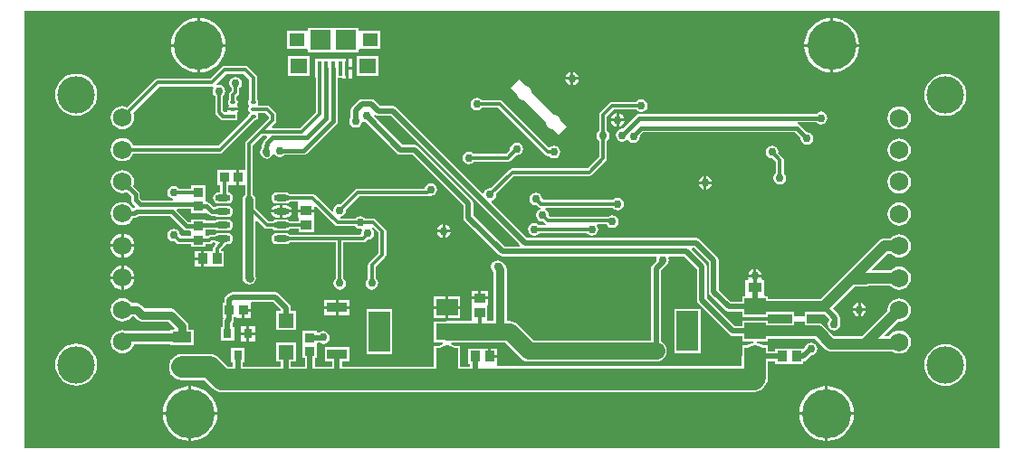
<source format=gbr>
%TF.GenerationSoftware,Altium Limited,Altium Designer,18.1.9 (240)*%
G04 Layer_Physical_Order=2*
G04 Layer_Color=16711680*
%FSLAX26Y26*%
%MOIN*%
%TF.FileFunction,Copper,L2,Bot,Signal*%
%TF.Part,Single*%
G01*
G75*
%TA.AperFunction,SMDPad,CuDef*%
%ADD10R,0.033465X0.037402*%
%ADD14R,0.039370X0.035433*%
%ADD15R,0.035433X0.039370*%
%ADD16R,0.037402X0.033465*%
%ADD22R,0.031496X0.035433*%
%TA.AperFunction,Conductor*%
%ADD27C,0.011811*%
%ADD28C,0.015000*%
%ADD29C,0.019685*%
%ADD30C,0.062992*%
%ADD31C,0.031496*%
%TA.AperFunction,ViaPad*%
%ADD33C,0.181102*%
%TA.AperFunction,ComponentPad*%
%ADD34C,0.137795*%
%ADD35C,0.068898*%
%TA.AperFunction,ViaPad*%
%ADD36C,0.030000*%
%ADD37C,0.050000*%
%TA.AperFunction,SMDPad,CuDef*%
%ADD38R,0.019685X0.015748*%
%ADD39O,0.019685X0.015748*%
%ADD40R,0.049213X0.037402*%
%ADD41R,0.078740X0.149606*%
%ADD42R,0.078740X0.059055*%
%ADD43R,0.074803X0.035433*%
%ADD44R,0.057087X0.053150*%
%ADD45R,0.070866X0.039370*%
%ADD46R,0.074803X0.074803*%
%TA.AperFunction,ConnectorPad*%
%ADD47R,0.057087X0.051181*%
%ADD48R,0.062992X0.055118*%
%ADD49R,0.015748X0.053150*%
%TA.AperFunction,SMDPad,CuDef*%
%ADD50O,0.057087X0.023622*%
%TA.AperFunction,Conductor*%
%ADD51C,0.039370*%
%ADD52C,0.078740*%
%TA.AperFunction,NonConductor*%
%ADD53C,0.019685*%
G36*
X4596104Y2450434D02*
X4596103Y836967D01*
X1004401D01*
X1004401Y2450434D01*
X4596104Y2450434D01*
D02*
G37*
%LPC*%
G36*
X3981378Y2423380D02*
Y2327835D01*
X4076923D01*
X4075474Y2342546D01*
X4069725Y2361500D01*
X4060388Y2378968D01*
X4047822Y2394279D01*
X4032512Y2406844D01*
X4015044Y2416181D01*
X3996090Y2421931D01*
X3981378Y2423380D01*
D02*
G37*
G36*
X3971378D02*
X3956666Y2421931D01*
X3937713Y2416181D01*
X3920244Y2406844D01*
X3904934Y2394279D01*
X3892368Y2378968D01*
X3883031Y2361500D01*
X3877282Y2342546D01*
X3875833Y2327835D01*
X3971378D01*
Y2423380D01*
D02*
G37*
G36*
X1650002D02*
Y2327835D01*
X1745547D01*
X1744098Y2342546D01*
X1738349Y2361500D01*
X1729012Y2378968D01*
X1716446Y2394279D01*
X1701135Y2406844D01*
X1683667Y2416181D01*
X1664713Y2421931D01*
X1650002Y2423380D01*
D02*
G37*
G36*
X1640002D02*
X1625290Y2421931D01*
X1606336Y2416181D01*
X1588868Y2406844D01*
X1573557Y2394279D01*
X1560992Y2378968D01*
X1551655Y2361500D01*
X1545906Y2342546D01*
X1544457Y2327835D01*
X1640002D01*
Y2423380D01*
D02*
G37*
G36*
X2139921Y2387953D02*
X2137543Y2387953D01*
X2049055D01*
Y2377131D01*
X2043465Y2376142D01*
X2043055Y2376142D01*
X1970315D01*
Y2308898D01*
X2043055D01*
X2043465Y2308898D01*
X2049055Y2307908D01*
Y2297087D01*
X2137543D01*
X2143543Y2297087D01*
X2145921Y2297087D01*
X2234409D01*
Y2307908D01*
X2239999Y2308898D01*
X2240409Y2308898D01*
X2313149D01*
Y2376142D01*
X2240409D01*
X2239999Y2376142D01*
X2234409Y2377131D01*
Y2387953D01*
X2145921D01*
X2139921Y2387953D01*
D02*
G37*
G36*
X2210788Y2273780D02*
X2197914D01*
Y2242206D01*
X2210788D01*
Y2273780D01*
D02*
G37*
G36*
X4076923Y2317835D02*
X3981378D01*
Y2222289D01*
X3996090Y2223738D01*
X4015044Y2229488D01*
X4032512Y2238825D01*
X4047822Y2251390D01*
X4060388Y2266701D01*
X4069725Y2284169D01*
X4075474Y2303123D01*
X4076923Y2317835D01*
D02*
G37*
G36*
X3971378D02*
X3875833D01*
X3877282Y2303123D01*
X3883031Y2284169D01*
X3892368Y2266701D01*
X3904934Y2251390D01*
X3920244Y2238825D01*
X3937713Y2229488D01*
X3956666Y2223738D01*
X3971378Y2222289D01*
Y2317835D01*
D02*
G37*
G36*
X1745547D02*
X1650002D01*
Y2222289D01*
X1664713Y2223738D01*
X1683667Y2229488D01*
X1701135Y2238825D01*
X1716446Y2251390D01*
X1729012Y2266701D01*
X1738349Y2284169D01*
X1744098Y2303123D01*
X1745547Y2317835D01*
D02*
G37*
G36*
X1640002D02*
X1544457D01*
X1545906Y2303123D01*
X1551655Y2284169D01*
X1560992Y2266701D01*
X1573557Y2251390D01*
X1588868Y2238825D01*
X1606336Y2229488D01*
X1625290Y2223738D01*
X1640002Y2222289D01*
Y2317835D01*
D02*
G37*
G36*
X2307244Y2281654D02*
X2228189D01*
Y2210473D01*
X2307244D01*
Y2281654D01*
D02*
G37*
G36*
X2055276D02*
X1976221D01*
Y2210473D01*
X2055276D01*
Y2281654D01*
D02*
G37*
G36*
X3025314Y2224542D02*
Y2205047D01*
X3044809D01*
X3043863Y2209801D01*
X3038338Y2218071D01*
X3030068Y2223596D01*
X3025314Y2224542D01*
D02*
G37*
G36*
X3015314D02*
X3010559Y2223596D01*
X3002289Y2218071D01*
X2996764Y2209801D01*
X2995818Y2205047D01*
X3015314D01*
Y2224542D01*
D02*
G37*
G36*
X2210788Y2232206D02*
X2197914D01*
Y2200631D01*
X2210788D01*
Y2232206D01*
D02*
G37*
G36*
X3044809Y2195047D02*
X3025314D01*
Y2175551D01*
X3030068Y2176497D01*
X3038338Y2182023D01*
X3043863Y2190292D01*
X3044809Y2195047D01*
D02*
G37*
G36*
X3015314D02*
X2995818D01*
X2996764Y2190292D01*
X3002289Y2182023D01*
X3010559Y2176497D01*
X3015314Y2175551D01*
Y2195047D01*
D02*
G37*
G36*
X2281287Y2124523D02*
X2281287Y2124523D01*
X2248151D01*
X2248150Y2124523D01*
X2241176Y2123136D01*
X2235264Y2119186D01*
X2235263Y2119185D01*
X2211523Y2095445D01*
X2207572Y2089533D01*
X2206185Y2082559D01*
X2206185Y2082558D01*
Y2056503D01*
X2202714Y2051308D01*
X2200927Y2042322D01*
X2202714Y2033336D01*
X2207805Y2025717D01*
X2215423Y2020627D01*
X2224409Y2018839D01*
X2233396Y2020627D01*
X2241014Y2025717D01*
X2246105Y2033336D01*
X2247275Y2039219D01*
X2253561Y2042235D01*
X2254965Y2041297D01*
X2261093Y2040078D01*
X2376164Y1925006D01*
X2376165Y1925006D01*
X2382077Y1921056D01*
X2389051Y1919668D01*
X2433228D01*
X2621025Y1731871D01*
Y1687695D01*
X2621025Y1687694D01*
X2622413Y1680720D01*
X2626363Y1674808D01*
X2751462Y1549709D01*
X2751462Y1549708D01*
X2757375Y1545758D01*
X2764349Y1544371D01*
X3329755D01*
X3332583Y1539079D01*
X3331690Y1537743D01*
X3329903Y1528756D01*
X3330449Y1526008D01*
X3316722Y1512281D01*
X3312771Y1506369D01*
X3311384Y1499394D01*
X3311384Y1499394D01*
Y1234869D01*
X2878994D01*
X2820119Y1293743D01*
X2811862Y1300079D01*
X2802247Y1304062D01*
X2791928Y1305421D01*
X2791927Y1305421D01*
X2780151D01*
Y1496309D01*
X2780151Y1496310D01*
X2778305Y1505588D01*
X2773050Y1513454D01*
X2763611Y1522892D01*
X2755745Y1528148D01*
X2746467Y1529993D01*
X2737189Y1528148D01*
X2729323Y1522892D01*
X2724067Y1515026D01*
X2722222Y1505748D01*
X2724067Y1496470D01*
X2729323Y1488604D01*
X2731660Y1486267D01*
Y1305421D01*
X2708481D01*
X2707717Y1311104D01*
X2707716D01*
Y1362284D01*
X2709685D01*
Y1385000D01*
X2680000D01*
X2650315D01*
Y1362284D01*
X2652284D01*
Y1311104D01*
X2652283D01*
X2651519Y1305421D01*
X2560000D01*
X2549681Y1304062D01*
X2547385Y1303111D01*
X2512598D01*
Y1227993D01*
X2544552D01*
X2545544Y1226725D01*
X2543699Y1219555D01*
X2536095Y1216405D01*
X2531082Y1212559D01*
X2512598D01*
Y1178107D01*
X2512189Y1175000D01*
Y1137811D01*
X2173461D01*
Y1157991D01*
X2200669D01*
Y1209487D01*
X2109803D01*
Y1157991D01*
X2137012D01*
Y1137811D01*
X2073461D01*
Y1168426D01*
X2081969D01*
Y1213606D01*
X2081969Y1217954D01*
Y1221903D01*
X2086211Y1226146D01*
X2092786D01*
X2097038Y1223305D01*
X2106024Y1221517D01*
X2115011Y1223305D01*
X2122629Y1228395D01*
X2127720Y1236014D01*
X2129507Y1245000D01*
X2127720Y1253986D01*
X2122629Y1261605D01*
X2115011Y1266695D01*
X2106024Y1268483D01*
X2097038Y1266695D01*
X2090900Y1262594D01*
X2081969D01*
Y1269134D01*
X2028504D01*
Y1223954D01*
X2028504Y1219606D01*
X2028504Y1213606D01*
Y1168426D01*
X2037012D01*
Y1137811D01*
X1985980D01*
Y1156694D01*
X2004330D01*
Y1225906D01*
X1931181D01*
Y1156694D01*
X1949531D01*
Y1137811D01*
X1808224D01*
Y1154252D01*
X1813780D01*
Y1205748D01*
X1766220D01*
Y1154252D01*
X1771776D01*
Y1137811D01*
X1752087D01*
X1720501Y1169397D01*
X1710600Y1176995D01*
X1699069Y1181771D01*
X1686694Y1183400D01*
X1585000D01*
X1572626Y1181771D01*
X1561095Y1176995D01*
X1551193Y1169397D01*
X1546519Y1163306D01*
X1541535D01*
Y1154523D01*
X1538819Y1147964D01*
X1537189Y1135589D01*
X1538819Y1123215D01*
X1541535Y1116656D01*
Y1107873D01*
X1546519D01*
X1551193Y1101782D01*
X1561095Y1094184D01*
X1572626Y1089408D01*
X1585000Y1087779D01*
X1666890D01*
X1698476Y1056193D01*
X1708378Y1048595D01*
X1719909Y1043819D01*
X1732284Y1042189D01*
X2665000D01*
X2676956Y1043763D01*
X3690000D01*
X3702374Y1045392D01*
X3713905Y1050169D01*
X3723807Y1057767D01*
X3727823Y1061783D01*
X3735421Y1071685D01*
X3740198Y1083216D01*
X3741827Y1095590D01*
Y1156776D01*
X3767678D01*
Y1147284D01*
X3814826D01*
X3819174Y1147283D01*
X3825174Y1147284D01*
X3872322D01*
Y1151092D01*
X3872481Y1156776D01*
X3879455Y1158163D01*
X3885367Y1162113D01*
X3902859Y1179605D01*
X3908986Y1180824D01*
X3916605Y1185915D01*
X3921695Y1193533D01*
X3923483Y1202519D01*
X3921695Y1211506D01*
X3916605Y1219124D01*
X3908986Y1224215D01*
X3900000Y1226002D01*
X3891014Y1224215D01*
X3883395Y1219124D01*
X3878305Y1211506D01*
X3877129Y1205596D01*
X3872322Y1202716D01*
X3825174D01*
X3820826Y1202717D01*
X3814826Y1202716D01*
X3767678D01*
Y1193224D01*
X3741418D01*
Y1215433D01*
X3722934D01*
X3717921Y1219279D01*
X3706390Y1224055D01*
X3700226Y1224867D01*
X3700620Y1230867D01*
X3741418D01*
Y1240470D01*
X3914994D01*
X3954642Y1200822D01*
X3960432Y1196380D01*
X3967175Y1193587D01*
X3974410Y1192634D01*
X4201349D01*
X4203577Y1190925D01*
X4213910Y1186645D01*
X4225000Y1185185D01*
X4236090Y1186645D01*
X4246423Y1190925D01*
X4255297Y1197734D01*
X4262106Y1206608D01*
X4266387Y1216942D01*
X4267847Y1228031D01*
X4266387Y1239121D01*
X4262106Y1249455D01*
X4255297Y1258329D01*
X4246423Y1265138D01*
X4236090Y1269418D01*
X4225000Y1270878D01*
X4213910Y1269418D01*
X4203577Y1265138D01*
X4194703Y1258329D01*
X4187894Y1249455D01*
X4187517Y1248546D01*
X4174779D01*
X4172483Y1254089D01*
X4222074Y1303680D01*
X4225000Y1303294D01*
X4236090Y1304755D01*
X4246423Y1309035D01*
X4255297Y1315844D01*
X4262106Y1324718D01*
X4266387Y1335052D01*
X4267847Y1346141D01*
X4266387Y1357231D01*
X4262106Y1367565D01*
X4255297Y1376439D01*
X4246423Y1383248D01*
X4236090Y1387528D01*
X4225000Y1388988D01*
X4213910Y1387528D01*
X4203577Y1383248D01*
X4194703Y1376439D01*
X4187894Y1367565D01*
X4183613Y1357231D01*
X4182153Y1346141D01*
X4182538Y1343215D01*
X4087869Y1248546D01*
X3985990D01*
X3946342Y1288194D01*
X3940552Y1292636D01*
X3933809Y1295429D01*
X3926574Y1296382D01*
X3885984D01*
Y1312874D01*
X3885984D01*
Y1314526D01*
X3885984D01*
Y1331022D01*
X3947605D01*
X3949534Y1331276D01*
X3969002Y1311808D01*
X3968947Y1311251D01*
X3963857Y1303633D01*
X3962069Y1294646D01*
X3963857Y1285660D01*
X3968947Y1278042D01*
X3976566Y1272951D01*
X3985552Y1271164D01*
X3994538Y1272951D01*
X4002157Y1278042D01*
X4007247Y1285660D01*
X4009035Y1294646D01*
X4007247Y1303633D01*
X4006728Y1304409D01*
Y1318078D01*
X4006728Y1318079D01*
X4005341Y1325053D01*
X4001390Y1330965D01*
X4001390Y1330966D01*
X3980259Y1352097D01*
X4060206Y1432044D01*
X4100000D01*
X4107235Y1432997D01*
X4113978Y1435790D01*
X4114637Y1436296D01*
X4192906D01*
X4194703Y1433954D01*
X4203577Y1427145D01*
X4213910Y1422864D01*
X4225000Y1421405D01*
X4236090Y1422864D01*
X4246423Y1427145D01*
X4255297Y1433954D01*
X4262106Y1442828D01*
X4266387Y1453162D01*
X4267847Y1464251D01*
X4266387Y1475341D01*
X4262106Y1485675D01*
X4255297Y1494549D01*
X4246423Y1501358D01*
X4236090Y1505638D01*
X4225000Y1507098D01*
X4213910Y1505638D01*
X4203577Y1501358D01*
X4194703Y1494549D01*
X4192906Y1492207D01*
X4128209D01*
X4125913Y1497750D01*
X4182570Y1554408D01*
X4192906D01*
X4194703Y1552066D01*
X4203577Y1545257D01*
X4213910Y1540976D01*
X4225000Y1539516D01*
X4236090Y1540976D01*
X4246423Y1545257D01*
X4255297Y1552066D01*
X4262106Y1560940D01*
X4266387Y1571274D01*
X4267847Y1582363D01*
X4266387Y1593453D01*
X4262106Y1603787D01*
X4255297Y1612661D01*
X4246423Y1619470D01*
X4236090Y1623750D01*
X4225000Y1625210D01*
X4213910Y1623750D01*
X4203577Y1619470D01*
X4194703Y1612661D01*
X4192906Y1610319D01*
X4170991D01*
X4170990Y1610319D01*
X4163755Y1609367D01*
X4157012Y1606574D01*
X4151222Y1602131D01*
X4028859Y1479768D01*
X3936025Y1386934D01*
X3741418D01*
Y1396537D01*
X3733340D01*
X3728622Y1399633D01*
Y1457034D01*
X3720590D01*
X3717754Y1463034D01*
X3718511Y1466839D01*
X3669521D01*
X3670278Y1463034D01*
X3667442Y1457034D01*
X3659410D01*
Y1399633D01*
X3654692Y1396537D01*
X3646614D01*
Y1377202D01*
X3603887D01*
X3560803Y1420286D01*
Y1529596D01*
X3560803Y1529597D01*
X3559416Y1536571D01*
X3555465Y1542483D01*
X3555465Y1542483D01*
X3490889Y1607060D01*
X3484977Y1611010D01*
X3478003Y1612398D01*
X3478002Y1612397D01*
X2855392D01*
X2723446Y1744344D01*
X2725421Y1750854D01*
X2728229Y1751413D01*
X2735847Y1756503D01*
X2740937Y1764122D01*
X2742725Y1773108D01*
X2742163Y1775933D01*
X2806837Y1840607D01*
X3083455D01*
X3088893Y1841689D01*
X3093503Y1844769D01*
X3144654Y1895920D01*
X3147734Y1900530D01*
X3148816Y1905968D01*
Y1971197D01*
X3151211Y1972797D01*
X3156301Y1980416D01*
X3158088Y1989402D01*
X3156301Y1998389D01*
X3151211Y2006007D01*
X3148816Y2007607D01*
Y2060719D01*
X3174234Y2086137D01*
X3256519D01*
X3258119Y2083742D01*
X3265738Y2078652D01*
X3274724Y2076864D01*
X3283710Y2078652D01*
X3291329Y2083742D01*
X3296419Y2091361D01*
X3298207Y2100347D01*
X3296419Y2109334D01*
X3291329Y2116952D01*
X3283710Y2122042D01*
X3274724Y2123830D01*
X3265738Y2122042D01*
X3258119Y2116952D01*
X3256519Y2114557D01*
X3168348D01*
X3162910Y2113475D01*
X3158300Y2110395D01*
X3124558Y2076653D01*
X3121477Y2072043D01*
X3120396Y2066605D01*
Y2007607D01*
X3118001Y2006007D01*
X3112911Y1998389D01*
X3111123Y1989402D01*
X3112911Y1980416D01*
X3118001Y1972797D01*
X3120396Y1971197D01*
Y1911854D01*
X3077569Y1869027D01*
X2800951D01*
X2795513Y1867945D01*
X2790903Y1864865D01*
X2722067Y1796029D01*
X2719242Y1796591D01*
X2710256Y1794803D01*
X2702637Y1789713D01*
X2697547Y1782094D01*
X2696988Y1779287D01*
X2690478Y1777312D01*
X2373723Y2094067D01*
X2367811Y2098017D01*
X2360836Y2099405D01*
X2360836Y2099405D01*
X2313955D01*
X2294174Y2119186D01*
X2288262Y2123136D01*
X2281287Y2124523D01*
D02*
G37*
G36*
X1782033Y2206669D02*
X1773046Y2204881D01*
X1765428Y2199791D01*
X1760337Y2192173D01*
X1758550Y2183186D01*
X1760337Y2174200D01*
X1765428Y2166581D01*
X1767822Y2164981D01*
Y2155714D01*
X1761605Y2149497D01*
X1758525Y2144887D01*
X1757444Y2139449D01*
Y2122513D01*
X1754702Y2118411D01*
X1753468Y2112205D01*
X1754702Y2105999D01*
X1755018Y2105527D01*
X1756799Y2099501D01*
X1752848Y2093588D01*
X1752455Y2091614D01*
X1790852D01*
X1790459Y2093588D01*
X1786508Y2099501D01*
X1788289Y2105527D01*
X1788605Y2105999D01*
X1789839Y2112205D01*
X1788605Y2118411D01*
X1785863Y2122513D01*
Y2133563D01*
X1792081Y2139780D01*
X1795161Y2144390D01*
X1796243Y2149828D01*
Y2164981D01*
X1798637Y2166581D01*
X1803728Y2174200D01*
X1805515Y2183186D01*
X1803728Y2192173D01*
X1798637Y2199791D01*
X1791019Y2204881D01*
X1782033Y2206669D01*
D02*
G37*
G36*
X1195000Y2218050D02*
X1179919Y2216565D01*
X1165418Y2212166D01*
X1152054Y2205023D01*
X1140340Y2195409D01*
X1130726Y2183695D01*
X1123583Y2170331D01*
X1119184Y2155830D01*
X1117699Y2140749D01*
X1119184Y2125668D01*
X1123583Y2111167D01*
X1130726Y2097803D01*
X1140340Y2086089D01*
X1152054Y2076475D01*
X1165418Y2069332D01*
X1179919Y2064933D01*
X1195000Y2063448D01*
X1210081Y2064933D01*
X1224582Y2069332D01*
X1237946Y2076475D01*
X1249660Y2086089D01*
X1259274Y2097803D01*
X1266417Y2111167D01*
X1270816Y2125668D01*
X1272301Y2140749D01*
X1270816Y2155830D01*
X1266417Y2170331D01*
X1259274Y2183695D01*
X1249660Y2195409D01*
X1237946Y2205023D01*
X1224582Y2212166D01*
X1210081Y2216565D01*
X1195000Y2218050D01*
D02*
G37*
G36*
X4395078Y2216751D02*
X4379997Y2215265D01*
X4365496Y2210867D01*
X4352132Y2203723D01*
X4340418Y2194110D01*
X4330804Y2182396D01*
X4323661Y2169031D01*
X4319262Y2154530D01*
X4317777Y2139449D01*
X4319262Y2124369D01*
X4323661Y2109867D01*
X4330804Y2096503D01*
X4340418Y2084789D01*
X4352132Y2075176D01*
X4365496Y2068032D01*
X4379997Y2063633D01*
X4395078Y2062148D01*
X4410159Y2063633D01*
X4424660Y2068032D01*
X4438024Y2075176D01*
X4449738Y2084789D01*
X4459352Y2096503D01*
X4466495Y2109867D01*
X4470894Y2124369D01*
X4472379Y2139449D01*
X4470894Y2154530D01*
X4466495Y2169031D01*
X4459352Y2182396D01*
X4449738Y2194110D01*
X4438024Y2203723D01*
X4424660Y2210867D01*
X4410159Y2215265D01*
X4395078Y2216751D01*
D02*
G37*
G36*
X3193970Y2071735D02*
Y2052240D01*
X3213465D01*
X3212519Y2056994D01*
X3206994Y2065264D01*
X3198724Y2070789D01*
X3193970Y2071735D01*
D02*
G37*
G36*
X3183970D02*
X3179215Y2070789D01*
X3170946Y2065264D01*
X3165421Y2056994D01*
X3164475Y2052240D01*
X3183970D01*
Y2071735D01*
D02*
G37*
G36*
X3937008Y2078286D02*
X3928021Y2076499D01*
X3920403Y2071408D01*
X3919889Y2070639D01*
X3268240D01*
X3262180Y2069434D01*
X3257042Y2066001D01*
X3205907Y2014866D01*
X3205000Y2015046D01*
X3196014Y2013259D01*
X3188395Y2008168D01*
X3183305Y2000550D01*
X3181517Y1991563D01*
X3183305Y1982577D01*
X3188395Y1974959D01*
X3196014Y1969868D01*
X3205000Y1968081D01*
X3213986Y1969868D01*
X3220511Y1974228D01*
X3221609Y1974958D01*
X3227755Y1973364D01*
X3230217Y1969679D01*
X3237836Y1964588D01*
X3246822Y1962801D01*
X3255808Y1964588D01*
X3263427Y1969679D01*
X3268517Y1977297D01*
X3270305Y1986284D01*
X3269656Y1989546D01*
X3281960Y2001851D01*
X3840907D01*
X3862525Y1980233D01*
X3862345Y1979325D01*
X3864132Y1970339D01*
X3869223Y1962721D01*
X3876841Y1957630D01*
X3885827Y1955843D01*
X3894814Y1957630D01*
X3902432Y1962721D01*
X3907523Y1970339D01*
X3909310Y1979325D01*
X3907523Y1988312D01*
X3902432Y1995930D01*
X3894814Y2001021D01*
X3885827Y2002808D01*
X3884920Y2002628D01*
X3858664Y2028884D01*
X3853527Y2032317D01*
X3850255Y2032968D01*
X3850846Y2038968D01*
X3919889D01*
X3920403Y2038199D01*
X3928021Y2033108D01*
X3937008Y2031321D01*
X3945994Y2033108D01*
X3953613Y2038199D01*
X3958703Y2045817D01*
X3960491Y2054803D01*
X3958703Y2063790D01*
X3953613Y2071408D01*
X3945994Y2076499D01*
X3937008Y2078286D01*
D02*
G37*
G36*
X3213465Y2042240D02*
X3193970D01*
Y2022745D01*
X3198724Y2023690D01*
X3206994Y2029216D01*
X3212519Y2037486D01*
X3213465Y2042240D01*
D02*
G37*
G36*
X3183970D02*
X3164475D01*
X3165421Y2037486D01*
X3170946Y2029216D01*
X3179215Y2023690D01*
X3183970Y2022745D01*
Y2042240D01*
D02*
G37*
G36*
X2187914Y2273780D02*
X2175040D01*
Y2271812D01*
X2074645D01*
Y2202599D01*
X2076340D01*
Y2075790D01*
X2018664Y2018113D01*
X1917400D01*
X1915104Y2023657D01*
X1928105Y2036657D01*
X1931185Y2041267D01*
X1932267Y2046705D01*
Y2066929D01*
X1931185Y2072367D01*
X1928105Y2076977D01*
X1908420Y2096662D01*
X1903810Y2099742D01*
X1898372Y2100824D01*
X1866174D01*
X1864964Y2103086D01*
X1863572Y2106824D01*
X1864642Y2112205D01*
X1863408Y2118411D01*
X1860667Y2122513D01*
Y2202251D01*
X1859585Y2207689D01*
X1856505Y2212299D01*
X1826364Y2242440D01*
X1821754Y2245520D01*
X1816316Y2246602D01*
X1741730D01*
X1736292Y2245520D01*
X1731682Y2242440D01*
X1688492Y2199249D01*
X1494014D01*
X1488576Y2198168D01*
X1483966Y2195087D01*
X1383381Y2094502D01*
X1376168Y2097490D01*
X1365078Y2098950D01*
X1353988Y2097490D01*
X1343655Y2093209D01*
X1334781Y2086400D01*
X1327972Y2077526D01*
X1323691Y2067193D01*
X1322231Y2056103D01*
X1323691Y2045013D01*
X1327972Y2034680D01*
X1334781Y2025806D01*
X1343655Y2018996D01*
X1353988Y2014716D01*
X1365078Y2013256D01*
X1376168Y2014716D01*
X1386501Y2018996D01*
X1395375Y2025806D01*
X1402185Y2034680D01*
X1406465Y2045013D01*
X1407925Y2056103D01*
X1406465Y2067193D01*
X1403477Y2074406D01*
X1499900Y2170829D01*
X1694378D01*
X1698093Y2171568D01*
X1701950Y2166962D01*
X1702060Y2166706D01*
X1699327Y2162615D01*
X1697539Y2153629D01*
X1699327Y2144642D01*
X1704417Y2137024D01*
X1706812Y2135424D01*
Y2075871D01*
X1707894Y2070433D01*
X1710974Y2065823D01*
X1725822Y2050976D01*
X1730432Y2047895D01*
X1735870Y2046814D01*
X1753780D01*
Y2045118D01*
X1789527D01*
Y2076929D01*
X1789528Y2076929D01*
X1790130Y2079148D01*
X1790459Y2079640D01*
X1790852Y2081614D01*
X1752455D01*
X1752531Y2081234D01*
X1749901Y2076601D01*
X1748576Y2075234D01*
X1741756D01*
X1735232Y2081757D01*
Y2135424D01*
X1737627Y2137024D01*
X1742717Y2144642D01*
X1744505Y2153629D01*
X1742717Y2162615D01*
X1737627Y2170233D01*
X1730008Y2175324D01*
X1721022Y2177111D01*
X1713543Y2175624D01*
X1710196Y2180761D01*
X1747616Y2218182D01*
X1810430D01*
X1832247Y2196365D01*
Y2122513D01*
X1829505Y2118411D01*
X1828271Y2112205D01*
X1829505Y2105999D01*
X1830915Y2103890D01*
X1832539Y2099410D01*
X1830915Y2094929D01*
X1829505Y2092820D01*
X1828271Y2086614D01*
X1829505Y2080408D01*
X1833021Y2075147D01*
Y2072491D01*
X1829505Y2067230D01*
X1828745Y2063408D01*
X1717540Y1952203D01*
X1405172D01*
X1402185Y1959416D01*
X1395375Y1968290D01*
X1386501Y1975100D01*
X1376168Y1979380D01*
X1365078Y1980840D01*
X1353988Y1979380D01*
X1343655Y1975100D01*
X1334781Y1968290D01*
X1327972Y1959416D01*
X1323691Y1949083D01*
X1322231Y1937993D01*
X1323691Y1926903D01*
X1327972Y1916570D01*
X1334781Y1907696D01*
X1343655Y1900887D01*
X1353988Y1896606D01*
X1365078Y1895146D01*
X1376168Y1896606D01*
X1386501Y1900887D01*
X1395375Y1907696D01*
X1402185Y1916570D01*
X1405172Y1923783D01*
X1723426D01*
X1728864Y1924865D01*
X1733474Y1927945D01*
X1850810Y2045281D01*
X1854631Y2046041D01*
X1859892Y2049556D01*
X1863408Y2054818D01*
X1864642Y2061024D01*
X1863572Y2066404D01*
X1864964Y2070142D01*
X1866174Y2072404D01*
X1892486D01*
X1903847Y2061043D01*
Y2052591D01*
X1865207Y2013951D01*
X1820661Y1969405D01*
X1817580Y1964795D01*
X1816499Y1959357D01*
Y1863701D01*
X1795984D01*
Y1835000D01*
Y1806299D01*
X1816499D01*
Y1772058D01*
X1813565Y1770098D01*
X1808309Y1762232D01*
X1806463Y1752954D01*
Y1726914D01*
Y1466755D01*
X1808309Y1457477D01*
X1813565Y1449611D01*
X1816068Y1447107D01*
X1823934Y1441852D01*
X1833213Y1440006D01*
X1842491Y1441852D01*
X1850357Y1447107D01*
X1855612Y1454973D01*
X1857458Y1464251D01*
X1855612Y1473530D01*
X1854954Y1474515D01*
Y1674733D01*
X1860497Y1677029D01*
X1887575Y1649952D01*
X1892185Y1646872D01*
X1897623Y1645790D01*
X1919370D01*
X1919434Y1645694D01*
X1925998Y1641309D01*
X1933740Y1639769D01*
X1967204D01*
X1974946Y1641309D01*
X1981510Y1645694D01*
X1981574Y1645790D01*
X2014684D01*
Y1634252D01*
X2070117D01*
Y1685431D01*
X2072085D01*
Y1708148D01*
X2042400D01*
X2012715D01*
Y1685431D01*
X2014684D01*
Y1674210D01*
X1981574D01*
X1981510Y1674306D01*
X1974946Y1678691D01*
X1967204Y1680231D01*
X1933740D01*
X1925998Y1678691D01*
X1919434Y1674306D01*
X1919370Y1674210D01*
X1903509D01*
X1854954Y1722765D01*
Y1752954D01*
X1853109Y1762232D01*
X1847853Y1770098D01*
X1844919Y1772058D01*
Y1953471D01*
X1881141Y1989694D01*
X1895232D01*
X1897528Y1984150D01*
X1886436Y1973059D01*
X1883004Y1967921D01*
X1881920Y1962472D01*
X1880035Y1959651D01*
X1878830Y1953591D01*
Y1944601D01*
X1874527Y1938162D01*
X1872740Y1929175D01*
X1874527Y1920189D01*
X1879618Y1912570D01*
X1887236Y1907480D01*
X1888554Y1907218D01*
X1891574Y1905200D01*
X1897634Y1903995D01*
X1903694Y1905200D01*
X1908832Y1908633D01*
X1910362Y1910923D01*
X1912827Y1912570D01*
X1917918Y1920189D01*
X1918126Y1921239D01*
X1924496Y1922506D01*
X1927504Y1918004D01*
X1935123Y1912914D01*
X1944109Y1911126D01*
X1953095Y1912914D01*
X1960714Y1918004D01*
X1961228Y1918773D01*
X2032326D01*
X2038386Y1919978D01*
X2043524Y1923411D01*
X2057730Y1937617D01*
X2152930Y2032818D01*
X2156363Y2037955D01*
X2157568Y2044015D01*
Y2202599D01*
X2175040D01*
Y2200631D01*
X2187914D01*
Y2237206D01*
Y2273780D01*
D02*
G37*
G36*
X4225000Y2097650D02*
X4213910Y2096190D01*
X4203577Y2091910D01*
X4194703Y2085101D01*
X4187894Y2076227D01*
X4183613Y2065893D01*
X4182153Y2054803D01*
X4183613Y2043714D01*
X4187894Y2033380D01*
X4194703Y2024506D01*
X4203577Y2017697D01*
X4213910Y2013417D01*
X4225000Y2011957D01*
X4236090Y2013417D01*
X4246423Y2017697D01*
X4255297Y2024506D01*
X4262106Y2033380D01*
X4266387Y2043714D01*
X4267847Y2054803D01*
X4266387Y2065893D01*
X4262106Y2076227D01*
X4255297Y2085101D01*
X4246423Y2091910D01*
X4236090Y2096190D01*
X4225000Y2097650D01*
D02*
G37*
G36*
X2826459Y2195714D02*
X2796058Y2165313D01*
X2817594Y2143874D01*
X2818191Y2139342D01*
X2820983Y2132600D01*
X2825426Y2126810D01*
X2831216Y2122367D01*
X2837958Y2119575D01*
X2842620Y2118961D01*
X2923588Y2038358D01*
X2924257Y2033276D01*
X2927050Y2026534D01*
X2931492Y2020744D01*
X2937282Y2016302D01*
X2944024Y2013509D01*
X2949239Y2012822D01*
X2970394Y1991762D01*
X3000402Y2021770D01*
X2978845Y2043326D01*
X2978263Y2047747D01*
X2975470Y2054490D01*
X2971028Y2060280D01*
X2965238Y2064722D01*
X2958495Y2067515D01*
X2954075Y2068097D01*
X2872779Y2149393D01*
X2872197Y2153813D01*
X2869404Y2160556D01*
X2864961Y2166345D01*
X2859172Y2170788D01*
X2852429Y2173581D01*
X2848009Y2174163D01*
X2826459Y2195714D01*
D02*
G37*
G36*
X2816314Y1963484D02*
X2807328Y1961696D01*
X2799710Y1956606D01*
X2794619Y1948987D01*
X2792832Y1940001D01*
X2793307Y1937613D01*
X2777384Y1921690D01*
X2657981D01*
X2656381Y1924085D01*
X2648763Y1929175D01*
X2639776Y1930963D01*
X2630790Y1929175D01*
X2623171Y1924085D01*
X2618081Y1916466D01*
X2616294Y1907480D01*
X2618081Y1898494D01*
X2623171Y1890875D01*
X2630790Y1885785D01*
X2639776Y1883997D01*
X2648763Y1885785D01*
X2656381Y1890875D01*
X2657981Y1893270D01*
X2783270D01*
X2788708Y1894352D01*
X2793318Y1897432D01*
X2813053Y1917167D01*
X2816314Y1916518D01*
X2825301Y1918306D01*
X2832919Y1923396D01*
X2838010Y1931014D01*
X2839797Y1940001D01*
X2838010Y1948987D01*
X2832919Y1956606D01*
X2825301Y1961696D01*
X2816314Y1963484D01*
D02*
G37*
G36*
X2670146Y2129782D02*
X2661159Y2127994D01*
X2653541Y2122904D01*
X2648450Y2115286D01*
X2646663Y2106299D01*
X2648450Y2097313D01*
X2653541Y2089694D01*
X2661159Y2084604D01*
X2670146Y2082816D01*
X2679132Y2084604D01*
X2686750Y2089694D01*
X2688351Y2092089D01*
X2747540D01*
X2920543Y1919086D01*
X2925153Y1916006D01*
X2930591Y1914924D01*
X2935861D01*
X2937461Y1912529D01*
X2945079Y1907439D01*
X2954066Y1905651D01*
X2963052Y1907439D01*
X2970671Y1912529D01*
X2975761Y1920148D01*
X2977548Y1929134D01*
X2975761Y1938120D01*
X2970671Y1945739D01*
X2963052Y1950829D01*
X2954066Y1952617D01*
X2945079Y1950829D01*
X2937461Y1945739D01*
X2934385Y1945436D01*
X2763474Y2116347D01*
X2758863Y2119427D01*
X2753426Y2120509D01*
X2688351D01*
X2686750Y2122904D01*
X2679132Y2127994D01*
X2670146Y2129782D01*
D02*
G37*
G36*
X4225000Y1979540D02*
X4213910Y1978080D01*
X4203577Y1973800D01*
X4194703Y1966991D01*
X4187894Y1958117D01*
X4183613Y1947783D01*
X4182153Y1936693D01*
X4183613Y1925604D01*
X4187894Y1915270D01*
X4194703Y1906396D01*
X4203577Y1899587D01*
X4213910Y1895306D01*
X4225000Y1893847D01*
X4236090Y1895306D01*
X4246423Y1899587D01*
X4255297Y1906396D01*
X4262106Y1915270D01*
X4266387Y1925604D01*
X4267847Y1936693D01*
X4266387Y1947783D01*
X4262106Y1958117D01*
X4255297Y1966991D01*
X4246423Y1973800D01*
X4236090Y1978080D01*
X4225000Y1979540D01*
D02*
G37*
G36*
X3515969Y1840267D02*
Y1820772D01*
X3535464D01*
X3534519Y1825526D01*
X3528993Y1833796D01*
X3520724Y1839322D01*
X3515969Y1840267D01*
D02*
G37*
G36*
X3505969D02*
X3501215Y1839322D01*
X3492945Y1833796D01*
X3487420Y1825526D01*
X3486474Y1820772D01*
X3505969D01*
Y1840267D01*
D02*
G37*
G36*
X3756474Y1952617D02*
X3747487Y1950829D01*
X3739869Y1945739D01*
X3734779Y1938120D01*
X3732991Y1929134D01*
X3734779Y1920148D01*
X3739869Y1912529D01*
X3747487Y1907439D01*
X3756474Y1905651D01*
X3759299Y1906213D01*
X3771736Y1893776D01*
Y1851355D01*
X3769341Y1849755D01*
X3764250Y1842136D01*
X3762463Y1833150D01*
X3764250Y1824164D01*
X3769341Y1816545D01*
X3776959Y1811455D01*
X3785946Y1809667D01*
X3794932Y1811455D01*
X3802550Y1816545D01*
X3807641Y1824164D01*
X3809428Y1833150D01*
X3807641Y1842136D01*
X3802550Y1849755D01*
X3800156Y1851355D01*
Y1899662D01*
X3799074Y1905100D01*
X3795994Y1909710D01*
X3779395Y1926309D01*
X3779956Y1929134D01*
X3778169Y1938120D01*
X3773079Y1945739D01*
X3765460Y1950829D01*
X3756474Y1952617D01*
D02*
G37*
G36*
X1785984Y1863701D02*
X1764252D01*
Y1861732D01*
X1715040D01*
Y1808268D01*
X1725594D01*
Y1780231D01*
X1719172D01*
X1711430Y1778691D01*
X1704866Y1774306D01*
X1700480Y1767742D01*
X1698940Y1760000D01*
X1700480Y1752258D01*
X1704866Y1745694D01*
X1711430Y1741309D01*
X1719172Y1739769D01*
X1752636D01*
X1760378Y1741309D01*
X1766942Y1745694D01*
X1771328Y1752258D01*
X1772868Y1760000D01*
X1771328Y1767742D01*
X1766942Y1774306D01*
X1760378Y1778691D01*
X1754014Y1779957D01*
Y1808268D01*
X1764252D01*
Y1806299D01*
X1785984D01*
Y1835000D01*
Y1863701D01*
D02*
G37*
G36*
X3535464Y1810772D02*
X3515969D01*
Y1791277D01*
X3520724Y1792223D01*
X3528993Y1797748D01*
X3534519Y1806017D01*
X3535464Y1810772D01*
D02*
G37*
G36*
X3505969D02*
X3486474D01*
X3487420Y1806017D01*
X3492945Y1797748D01*
X3501215Y1792223D01*
X3505969Y1791277D01*
Y1810772D01*
D02*
G37*
G36*
X4225000Y1861430D02*
X4213910Y1859970D01*
X4203577Y1855690D01*
X4194703Y1848881D01*
X4187894Y1840007D01*
X4183613Y1829673D01*
X4182153Y1818583D01*
X4183613Y1807494D01*
X4187894Y1797160D01*
X4194703Y1788286D01*
X4203577Y1781477D01*
X4213910Y1777197D01*
X4225000Y1775736D01*
X4236090Y1777197D01*
X4246423Y1781477D01*
X4255297Y1788286D01*
X4262106Y1797160D01*
X4266387Y1807494D01*
X4267847Y1818583D01*
X4266387Y1829673D01*
X4262106Y1840007D01*
X4255297Y1848881D01*
X4246423Y1855690D01*
X4236090Y1859970D01*
X4225000Y1861430D01*
D02*
G37*
G36*
X2500000Y1814821D02*
X2491014Y1813034D01*
X2483395Y1807943D01*
X2478305Y1800325D01*
X2477088Y1794210D01*
X2231330D01*
X2225892Y1793128D01*
X2221282Y1790048D01*
X2168179Y1736945D01*
X2165354Y1737507D01*
X2156368Y1735719D01*
X2148749Y1730629D01*
X2143659Y1723011D01*
X2141872Y1714024D01*
X2142176Y1712495D01*
X2136646Y1709540D01*
X2076138Y1770048D01*
X2071528Y1773128D01*
X2066090Y1774210D01*
X1981574D01*
X1981510Y1774306D01*
X1974946Y1778691D01*
X1967204Y1780231D01*
X1933740D01*
X1925998Y1778691D01*
X1919434Y1774306D01*
X1915049Y1767742D01*
X1913508Y1760000D01*
X1915049Y1752258D01*
X1919434Y1745694D01*
X1925998Y1741309D01*
X1933740Y1739769D01*
X1967204D01*
X1974946Y1741309D01*
X1981510Y1745694D01*
X1981574Y1745790D01*
X2010121D01*
X2012715Y1740864D01*
Y1718148D01*
X2042400D01*
X2072085D01*
Y1726069D01*
X2077628Y1728365D01*
X2146284Y1659710D01*
X2150894Y1656629D01*
X2156332Y1655548D01*
X2222012D01*
X2223612Y1653153D01*
X2231230Y1648062D01*
X2240217Y1646275D01*
X2244866Y1647200D01*
X2248474Y1641800D01*
X2246282Y1638520D01*
X2244495Y1629533D01*
X2239436Y1624210D01*
X1981574D01*
X1981510Y1624306D01*
X1974946Y1628691D01*
X1967204Y1630231D01*
X1933740D01*
X1925998Y1628691D01*
X1919434Y1624306D01*
X1915049Y1617742D01*
X1913508Y1610000D01*
X1915049Y1602258D01*
X1919434Y1595694D01*
X1925998Y1591309D01*
X1933740Y1589769D01*
X1967204D01*
X1974946Y1591309D01*
X1981510Y1595694D01*
X1981574Y1595790D01*
X2151144D01*
Y1463205D01*
X2148749Y1461605D01*
X2143659Y1453986D01*
X2141872Y1445000D01*
X2143659Y1436014D01*
X2148749Y1428395D01*
X2156368Y1423305D01*
X2165354Y1421517D01*
X2174341Y1423305D01*
X2181959Y1428395D01*
X2187050Y1436014D01*
X2188837Y1445000D01*
X2187050Y1453986D01*
X2181959Y1461605D01*
X2179564Y1463205D01*
Y1595790D01*
X2251297D01*
X2256735Y1596872D01*
X2261345Y1599952D01*
X2267532Y1606139D01*
X2267978Y1606051D01*
X2276964Y1607838D01*
X2284582Y1612928D01*
X2289673Y1620547D01*
X2291460Y1629533D01*
X2289673Y1638520D01*
X2284582Y1646138D01*
X2286087Y1652349D01*
X2286641Y1652488D01*
X2308573Y1630556D01*
Y1556867D01*
X2273417Y1521710D01*
X2270336Y1517100D01*
X2269255Y1511662D01*
Y1463205D01*
X2266860Y1461605D01*
X2261769Y1453986D01*
X2259982Y1445000D01*
X2261769Y1436014D01*
X2266860Y1428395D01*
X2274478Y1423305D01*
X2283465Y1421517D01*
X2292451Y1423305D01*
X2300069Y1428395D01*
X2305160Y1436014D01*
X2306947Y1445000D01*
X2305160Y1453986D01*
X2300069Y1461605D01*
X2297675Y1463205D01*
Y1505776D01*
X2332831Y1540933D01*
X2335912Y1545543D01*
X2336993Y1550981D01*
Y1636442D01*
X2335912Y1641880D01*
X2332831Y1646490D01*
X2299516Y1679806D01*
X2294906Y1682886D01*
X2289468Y1683968D01*
X2258421D01*
X2256821Y1686362D01*
X2249203Y1691453D01*
X2240217Y1693240D01*
X2231230Y1691453D01*
X2223612Y1686362D01*
X2222012Y1683968D01*
X2166953D01*
X2166538Y1684659D01*
X2169512Y1691368D01*
X2174341Y1692329D01*
X2181959Y1697419D01*
X2187050Y1705038D01*
X2188837Y1714024D01*
X2188275Y1716849D01*
X2237216Y1765790D01*
X2488661D01*
X2494099Y1766872D01*
X2496588Y1768535D01*
X2500000Y1767856D01*
X2508986Y1769643D01*
X2516605Y1774734D01*
X2521695Y1782352D01*
X2523483Y1791339D01*
X2521695Y1800325D01*
X2516605Y1807943D01*
X2508986Y1813034D01*
X2500000Y1814821D01*
D02*
G37*
G36*
X1365078Y1862730D02*
X1353988Y1861270D01*
X1343655Y1856989D01*
X1334781Y1850180D01*
X1327972Y1841306D01*
X1323691Y1830973D01*
X1322231Y1819883D01*
X1323691Y1808793D01*
X1327972Y1798460D01*
X1334781Y1789586D01*
X1343655Y1782776D01*
X1353988Y1778496D01*
X1365078Y1777036D01*
X1376168Y1778496D01*
X1381755Y1780811D01*
X1397472Y1765094D01*
Y1751968D01*
X1398677Y1745908D01*
X1402110Y1740771D01*
X1412377Y1730504D01*
X1410365Y1724031D01*
X1408773Y1722967D01*
X1403248Y1723158D01*
X1401078Y1724636D01*
X1395375Y1732068D01*
X1386501Y1738878D01*
X1376168Y1743158D01*
X1365078Y1744618D01*
X1353988Y1743158D01*
X1343655Y1738878D01*
X1334781Y1732068D01*
X1327972Y1723194D01*
X1323691Y1712861D01*
X1322231Y1701771D01*
X1323691Y1690681D01*
X1327972Y1680348D01*
X1334781Y1671474D01*
X1343655Y1664665D01*
X1353988Y1660384D01*
X1365078Y1658924D01*
X1376168Y1660384D01*
X1386501Y1664665D01*
X1395375Y1671474D01*
X1402185Y1680348D01*
X1404499Y1685935D01*
X1409094D01*
X1415154Y1687141D01*
X1420292Y1690573D01*
X1423882Y1694164D01*
X1539842D01*
X1589614Y1644392D01*
X1594752Y1640960D01*
X1600812Y1639754D01*
X1614025D01*
X1618268Y1635512D01*
X1618268Y1630826D01*
X1618268Y1624826D01*
Y1618620D01*
X1582920D01*
X1577876Y1623032D01*
X1576088Y1632018D01*
X1570998Y1639637D01*
X1563380Y1644727D01*
X1554393Y1646514D01*
X1545407Y1644727D01*
X1537788Y1639637D01*
X1532698Y1632018D01*
X1530910Y1623032D01*
X1532698Y1614045D01*
X1537788Y1606427D01*
X1545407Y1601337D01*
X1554393Y1599549D01*
X1557218Y1600111D01*
X1562967Y1594362D01*
X1567577Y1591282D01*
X1573015Y1590200D01*
X1618268D01*
Y1579646D01*
X1671732D01*
Y1590200D01*
X1685495D01*
X1690932Y1591282D01*
X1695543Y1594362D01*
X1696971Y1595790D01*
X1704802D01*
X1704866Y1595694D01*
X1706470Y1594622D01*
X1707058Y1588651D01*
X1703100Y1584693D01*
X1700020Y1580083D01*
X1698938Y1574645D01*
Y1562716D01*
X1687716D01*
Y1564685D01*
X1665000D01*
Y1535000D01*
Y1505315D01*
X1687716D01*
Y1507284D01*
X1738896D01*
Y1562716D01*
X1727358D01*
Y1568759D01*
X1745952Y1587353D01*
X1747566Y1589769D01*
X1752636D01*
X1760378Y1591309D01*
X1766942Y1595694D01*
X1771328Y1602258D01*
X1772868Y1610000D01*
X1771328Y1617742D01*
X1766942Y1624306D01*
X1760378Y1628691D01*
X1752636Y1630231D01*
X1719172D01*
X1711430Y1628691D01*
X1704866Y1624306D01*
X1704802Y1624210D01*
X1691085D01*
X1691085Y1624210D01*
X1685647Y1623128D01*
X1681037Y1620048D01*
X1674302Y1620293D01*
X1671732Y1622863D01*
X1671732Y1629174D01*
X1671732Y1635174D01*
Y1644164D01*
X1707156D01*
X1711430Y1641309D01*
X1719172Y1639769D01*
X1752636D01*
X1760378Y1641309D01*
X1766942Y1645694D01*
X1771328Y1652258D01*
X1772868Y1660000D01*
X1771328Y1667742D01*
X1766942Y1674306D01*
X1760378Y1678691D01*
X1752636Y1680231D01*
X1719172D01*
X1711430Y1678691D01*
X1707156Y1675836D01*
X1671732D01*
Y1680354D01*
X1618268D01*
Y1671426D01*
X1607371D01*
X1565176Y1713621D01*
X1567472Y1719164D01*
X1618268D01*
Y1704646D01*
X1671732D01*
Y1704646D01*
X1674825Y1705927D01*
X1681950Y1698802D01*
X1687088Y1695370D01*
X1693148Y1694164D01*
X1707156D01*
X1711430Y1691309D01*
X1719172Y1689769D01*
X1752636D01*
X1760378Y1691309D01*
X1766942Y1695694D01*
X1771328Y1702258D01*
X1772868Y1710000D01*
X1771328Y1717742D01*
X1766942Y1724306D01*
X1760378Y1728691D01*
X1752636Y1730231D01*
X1719172D01*
X1711430Y1728691D01*
X1707156Y1725836D01*
X1699707D01*
X1684936Y1740608D01*
X1679798Y1744040D01*
X1673738Y1745246D01*
X1671732Y1747252D01*
X1671732Y1754174D01*
X1671732Y1760174D01*
Y1805354D01*
X1618268D01*
Y1794800D01*
X1572204D01*
X1570998Y1796605D01*
X1563380Y1801695D01*
X1554393Y1803483D01*
X1545407Y1801695D01*
X1537788Y1796605D01*
X1532698Y1788986D01*
X1530910Y1780000D01*
X1532698Y1771014D01*
X1537788Y1763395D01*
X1545407Y1758305D01*
X1550131Y1757365D01*
X1550413Y1756584D01*
X1550891Y1751096D01*
X1550556Y1750836D01*
X1436835D01*
X1429143Y1758528D01*
Y1771653D01*
X1427938Y1777714D01*
X1424505Y1782851D01*
X1404150Y1803206D01*
X1406465Y1808793D01*
X1407925Y1819883D01*
X1406465Y1830973D01*
X1402185Y1841306D01*
X1395375Y1850180D01*
X1386501Y1856989D01*
X1376168Y1861270D01*
X1365078Y1862730D01*
D02*
G37*
G36*
X1967204Y1732238D02*
X1955472D01*
Y1715000D01*
X1988448D01*
X1987750Y1718510D01*
X1982929Y1725725D01*
X1975715Y1730545D01*
X1967204Y1732238D01*
D02*
G37*
G36*
X1945472D02*
X1933740D01*
X1925229Y1730545D01*
X1918015Y1725725D01*
X1913194Y1718510D01*
X1912496Y1715000D01*
X1945472D01*
Y1732238D01*
D02*
G37*
G36*
X2887795Y1779388D02*
X2878809Y1777601D01*
X2871190Y1772510D01*
X2866100Y1764892D01*
X2864312Y1755906D01*
X2866100Y1746919D01*
X2871190Y1739301D01*
X2878809Y1734210D01*
X2887795Y1732423D01*
X2890620Y1732985D01*
X2895660Y1727944D01*
X2900270Y1724864D01*
X2903153Y1724291D01*
Y1718173D01*
X2902681Y1718079D01*
X2895063Y1712989D01*
X2889972Y1705370D01*
X2888185Y1696384D01*
X2889972Y1687398D01*
X2895063Y1679779D01*
X2902681Y1674689D01*
X2911668Y1672901D01*
X2914492Y1673463D01*
X2921305Y1666651D01*
X2924318Y1664638D01*
X2922497Y1658638D01*
X2900007D01*
X2898407Y1661033D01*
X2890789Y1666123D01*
X2881802Y1667910D01*
X2872816Y1666123D01*
X2865197Y1661033D01*
X2860107Y1653414D01*
X2858319Y1644428D01*
X2860107Y1635441D01*
X2865197Y1627823D01*
X2872816Y1622733D01*
X2881802Y1620945D01*
X2890789Y1622733D01*
X2898407Y1627823D01*
X2900007Y1630218D01*
X3075063D01*
X3076663Y1627823D01*
X3084281Y1622733D01*
X3093268Y1620945D01*
X3102254Y1622733D01*
X3109872Y1627823D01*
X3114963Y1635441D01*
X3116750Y1644428D01*
X3114963Y1653414D01*
X3112908Y1656489D01*
X3116115Y1662489D01*
X3147258D01*
X3151743Y1655777D01*
X3159362Y1650686D01*
X3168348Y1648899D01*
X3177335Y1650686D01*
X3184953Y1655777D01*
X3190043Y1663395D01*
X3191831Y1672382D01*
X3190043Y1681368D01*
X3184953Y1688986D01*
X3177335Y1694077D01*
X3168348Y1695864D01*
X3159362Y1694077D01*
X3154621Y1690909D01*
X2939485D01*
X2935077Y1696014D01*
X2935150Y1696384D01*
X2933363Y1705370D01*
X2928272Y1712989D01*
X2921099Y1717782D01*
X2921048Y1718217D01*
X2924718Y1723782D01*
X3170765D01*
X3172365Y1721387D01*
X3179984Y1716297D01*
X3188970Y1714509D01*
X3197956Y1716297D01*
X3205575Y1721387D01*
X3210665Y1729006D01*
X3212453Y1737992D01*
X3210665Y1746979D01*
X3205575Y1754597D01*
X3197956Y1759687D01*
X3188970Y1761475D01*
X3179984Y1759687D01*
X3172365Y1754597D01*
X3170765Y1752202D01*
X2916659D01*
X2911278Y1755906D01*
X2909490Y1764892D01*
X2904400Y1772510D01*
X2896781Y1777601D01*
X2887795Y1779388D01*
D02*
G37*
G36*
X1988448Y1705000D02*
X1955472D01*
Y1687762D01*
X1967204D01*
X1975715Y1689455D01*
X1982929Y1694275D01*
X1987750Y1701490D01*
X1988448Y1705000D01*
D02*
G37*
G36*
X1945472D02*
X1912496D01*
X1913194Y1701490D01*
X1918015Y1694275D01*
X1925229Y1689455D01*
X1933740Y1687762D01*
X1945472D01*
Y1705000D01*
D02*
G37*
G36*
X4225000Y1743320D02*
X4213910Y1741860D01*
X4203577Y1737580D01*
X4194703Y1730771D01*
X4187894Y1721897D01*
X4183613Y1711563D01*
X4182153Y1700473D01*
X4183613Y1689384D01*
X4187894Y1679050D01*
X4194703Y1670176D01*
X4203577Y1663367D01*
X4213910Y1659086D01*
X4225000Y1657627D01*
X4236090Y1659086D01*
X4246423Y1663367D01*
X4255297Y1670176D01*
X4262106Y1679050D01*
X4266387Y1689384D01*
X4267847Y1700473D01*
X4266387Y1711563D01*
X4262106Y1721897D01*
X4255297Y1730771D01*
X4246423Y1737580D01*
X4236090Y1741860D01*
X4225000Y1743320D01*
D02*
G37*
G36*
X2554167Y1661821D02*
Y1642326D01*
X2573663D01*
X2572717Y1647081D01*
X2567191Y1655350D01*
X2558922Y1660876D01*
X2554167Y1661821D01*
D02*
G37*
G36*
X2544167D02*
X2539413Y1660876D01*
X2531143Y1655350D01*
X2525618Y1647081D01*
X2524672Y1642326D01*
X2544167D01*
Y1661821D01*
D02*
G37*
G36*
X2573663Y1632326D02*
X2554167D01*
Y1612831D01*
X2558922Y1613777D01*
X2567191Y1619302D01*
X2572717Y1627572D01*
X2573663Y1632326D01*
D02*
G37*
G36*
X2544167D02*
X2524672D01*
X2525618Y1627572D01*
X2531143Y1619302D01*
X2539413Y1613777D01*
X2544167Y1612831D01*
Y1632326D01*
D02*
G37*
G36*
X1370078Y1627835D02*
Y1588661D01*
X1409252D01*
X1408383Y1595264D01*
X1403904Y1606077D01*
X1396779Y1615362D01*
X1387494Y1622487D01*
X1376681Y1626966D01*
X1370078Y1627835D01*
D02*
G37*
G36*
X1360078D02*
X1353475Y1626966D01*
X1342662Y1622487D01*
X1333377Y1615362D01*
X1326252Y1606077D01*
X1321773Y1595264D01*
X1320904Y1588661D01*
X1360078D01*
Y1627835D01*
D02*
G37*
G36*
X1655000Y1564685D02*
X1632284D01*
Y1540000D01*
X1655000D01*
Y1564685D01*
D02*
G37*
G36*
X1409252Y1578661D02*
X1370078D01*
Y1539487D01*
X1376681Y1540356D01*
X1387494Y1544835D01*
X1396779Y1551960D01*
X1403904Y1561245D01*
X1408383Y1572057D01*
X1409252Y1578661D01*
D02*
G37*
G36*
X1360078D02*
X1320904D01*
X1321773Y1572057D01*
X1326252Y1561245D01*
X1333377Y1551960D01*
X1342662Y1544835D01*
X1353475Y1540356D01*
X1360078Y1539487D01*
Y1578661D01*
D02*
G37*
G36*
X1655000Y1530000D02*
X1632284D01*
Y1505315D01*
X1655000D01*
Y1530000D01*
D02*
G37*
G36*
X3699016Y1496334D02*
Y1476839D01*
X3718511D01*
X3717566Y1481593D01*
X3712040Y1489863D01*
X3703771Y1495388D01*
X3699016Y1496334D01*
D02*
G37*
G36*
X3689016D02*
X3684262Y1495388D01*
X3675992Y1489863D01*
X3670466Y1481593D01*
X3669521Y1476839D01*
X3689016D01*
Y1496334D01*
D02*
G37*
G36*
X1370078Y1509725D02*
Y1470551D01*
X1409252D01*
X1408383Y1477155D01*
X1403904Y1487967D01*
X1396779Y1497252D01*
X1387494Y1504377D01*
X1376681Y1508856D01*
X1370078Y1509725D01*
D02*
G37*
G36*
X1360078D02*
X1353475Y1508856D01*
X1342662Y1504377D01*
X1333377Y1497252D01*
X1326252Y1487967D01*
X1321773Y1477155D01*
X1320904Y1470551D01*
X1360078D01*
Y1509725D01*
D02*
G37*
G36*
X1409252Y1460551D02*
X1370078D01*
Y1421377D01*
X1376681Y1422246D01*
X1387494Y1426725D01*
X1396779Y1433850D01*
X1403904Y1443135D01*
X1408383Y1453947D01*
X1409252Y1460551D01*
D02*
G37*
G36*
X1360078D02*
X1320904D01*
X1321773Y1453947D01*
X1326252Y1443135D01*
X1333377Y1433850D01*
X1342662Y1426725D01*
X1353475Y1422246D01*
X1360078Y1421377D01*
Y1460551D01*
D02*
G37*
G36*
X1928070Y1412044D02*
X1928069Y1412044D01*
X1770001D01*
X1770000Y1412044D01*
X1763026Y1410657D01*
X1757113Y1406707D01*
X1745618Y1395210D01*
X1741667Y1389298D01*
X1740280Y1382324D01*
X1740280Y1382323D01*
Y1372874D01*
X1733740D01*
Y1319409D01*
X1733740D01*
X1736367Y1313409D01*
X1735761Y1312502D01*
X1734374Y1305527D01*
X1734374Y1305527D01*
Y1284488D01*
X1728819D01*
Y1232992D01*
X1776378D01*
Y1284488D01*
X1770822D01*
Y1298721D01*
X1773277Y1302396D01*
X1774665Y1309370D01*
X1774665Y1309370D01*
Y1319409D01*
X1782952D01*
Y1317441D01*
X1804684D01*
Y1346141D01*
X1809684D01*
Y1351141D01*
X1836416D01*
Y1374842D01*
X1842104Y1375596D01*
X1920521D01*
X1948070Y1348046D01*
X1946004Y1342046D01*
X1931181D01*
Y1272834D01*
X2004330D01*
Y1342046D01*
X1985980D01*
Y1354134D01*
X1984593Y1361108D01*
X1980642Y1367020D01*
X1980642Y1367021D01*
X1940956Y1406707D01*
X1935044Y1410657D01*
X1928070Y1412044D01*
D02*
G37*
G36*
X2709685Y1417716D02*
X2685000D01*
Y1395000D01*
X2709685D01*
Y1417716D01*
D02*
G37*
G36*
X2675000D02*
X2650315D01*
Y1395000D01*
X2675000D01*
Y1417716D01*
D02*
G37*
G36*
X2609370Y1395631D02*
X2565000D01*
Y1361104D01*
X2609370D01*
Y1395631D01*
D02*
G37*
G36*
X2555000D02*
X2510630D01*
Y1361104D01*
X2555000D01*
Y1395631D01*
D02*
G37*
G36*
X2202638Y1382716D02*
X2160236D01*
Y1359999D01*
X2202638D01*
Y1382716D01*
D02*
G37*
G36*
X2150236D02*
X2107835D01*
Y1359999D01*
X2150236D01*
Y1382716D01*
D02*
G37*
G36*
X4083004Y1372643D02*
Y1353148D01*
X4102499D01*
X4101553Y1357902D01*
X4096028Y1366172D01*
X4087758Y1371697D01*
X4083004Y1372643D01*
D02*
G37*
G36*
X4073004D02*
X4068249Y1371697D01*
X4059980Y1366172D01*
X4054454Y1357902D01*
X4053508Y1353148D01*
X4073004D01*
Y1372643D01*
D02*
G37*
G36*
X2202638Y1349999D02*
X2160236D01*
Y1327283D01*
X2202638D01*
Y1349999D01*
D02*
G37*
G36*
X2150236D02*
X2107835D01*
Y1327283D01*
X2150236D01*
Y1349999D01*
D02*
G37*
G36*
X4102499Y1343148D02*
X4083004D01*
Y1323653D01*
X4087758Y1324599D01*
X4096028Y1330124D01*
X4101553Y1338393D01*
X4102499Y1343148D01*
D02*
G37*
G36*
X4073004D02*
X4053508D01*
X4054454Y1338393D01*
X4059980Y1330124D01*
X4068249Y1324599D01*
X4073004Y1323653D01*
Y1343148D01*
D02*
G37*
G36*
X1836416Y1341141D02*
X1814684D01*
Y1317441D01*
X1836416D01*
Y1341141D01*
D02*
G37*
G36*
X2609370Y1351104D02*
X2565000D01*
Y1316576D01*
X2609370D01*
Y1351104D01*
D02*
G37*
G36*
X2555000D02*
X2510630D01*
Y1316576D01*
X2555000D01*
Y1351104D01*
D02*
G37*
G36*
X1365078Y1390288D02*
X1353988Y1388828D01*
X1343655Y1384547D01*
X1334781Y1377738D01*
X1327972Y1368864D01*
X1323691Y1358531D01*
X1322231Y1347441D01*
X1323691Y1336351D01*
X1327972Y1326018D01*
X1334781Y1317144D01*
X1343655Y1310334D01*
X1353988Y1306054D01*
X1365078Y1304594D01*
X1376168Y1306054D01*
X1386501Y1310334D01*
X1395375Y1317144D01*
X1400019Y1323196D01*
X1407280D01*
X1419864Y1310612D01*
X1427730Y1305356D01*
X1437008Y1303511D01*
X1533265D01*
X1557233Y1279542D01*
X1554748Y1273542D01*
X1541535D01*
Y1270071D01*
X1381572D01*
X1378977Y1269554D01*
X1376168Y1270718D01*
X1365078Y1272178D01*
X1353988Y1270718D01*
X1343655Y1266438D01*
X1334781Y1259628D01*
X1327972Y1250754D01*
X1323691Y1240421D01*
X1322231Y1229331D01*
X1323691Y1218241D01*
X1327972Y1207908D01*
X1334781Y1199034D01*
X1343655Y1192225D01*
X1353988Y1187944D01*
X1365078Y1186484D01*
X1376168Y1187944D01*
X1386501Y1192225D01*
X1395375Y1199034D01*
X1402185Y1207908D01*
X1406465Y1218241D01*
X1406904Y1221580D01*
X1541535D01*
Y1218109D01*
X1628465D01*
Y1273542D01*
X1609245D01*
Y1286063D01*
X1607400Y1295342D01*
X1602144Y1303207D01*
X1560451Y1344900D01*
X1552586Y1350156D01*
X1543307Y1352001D01*
X1447051D01*
X1434467Y1364585D01*
X1426601Y1369841D01*
X1417323Y1371686D01*
X1400019D01*
X1395375Y1377738D01*
X1386501Y1384547D01*
X1376168Y1388828D01*
X1365078Y1390288D01*
D02*
G37*
G36*
X1853150Y1286457D02*
X1832402D01*
Y1263740D01*
X1853150D01*
Y1286457D01*
D02*
G37*
G36*
X1822402D02*
X1801654D01*
Y1263740D01*
X1822402D01*
Y1286457D01*
D02*
G37*
G36*
X1853150Y1253740D02*
X1832402D01*
Y1231024D01*
X1853150D01*
Y1253740D01*
D02*
G37*
G36*
X1822402D02*
X1801654D01*
Y1231024D01*
X1822402D01*
Y1253740D01*
D02*
G37*
G36*
X2359370Y1348387D02*
X2264566D01*
Y1182717D01*
X2359370D01*
Y1348387D01*
D02*
G37*
G36*
X1195000Y1221986D02*
X1179919Y1220501D01*
X1165418Y1216102D01*
X1152054Y1208959D01*
X1140340Y1199345D01*
X1130726Y1187631D01*
X1123583Y1174267D01*
X1119184Y1159766D01*
X1117699Y1144685D01*
X1119184Y1129604D01*
X1123583Y1115103D01*
X1130726Y1101739D01*
X1140340Y1090025D01*
X1152054Y1080411D01*
X1165418Y1073268D01*
X1179919Y1068869D01*
X1195000Y1067384D01*
X1210081Y1068869D01*
X1224582Y1073268D01*
X1237946Y1080411D01*
X1249660Y1090025D01*
X1259274Y1101739D01*
X1266417Y1115103D01*
X1270816Y1129604D01*
X1272301Y1144685D01*
X1270816Y1159766D01*
X1266417Y1174267D01*
X1259274Y1187631D01*
X1249660Y1199345D01*
X1237946Y1208959D01*
X1224582Y1216102D01*
X1210081Y1220501D01*
X1195000Y1221986D01*
D02*
G37*
G36*
X4395078Y1220687D02*
X4379997Y1219201D01*
X4365496Y1214803D01*
X4352132Y1207659D01*
X4340418Y1198046D01*
X4330804Y1186332D01*
X4323661Y1172967D01*
X4319262Y1158466D01*
X4317777Y1143385D01*
X4319262Y1128305D01*
X4323661Y1113803D01*
X4330804Y1100439D01*
X4340418Y1088725D01*
X4352132Y1079112D01*
X4365496Y1071968D01*
X4379997Y1067569D01*
X4395078Y1066084D01*
X4410159Y1067569D01*
X4424660Y1071968D01*
X4438024Y1079112D01*
X4449738Y1088725D01*
X4459352Y1100439D01*
X4466495Y1113803D01*
X4470894Y1128305D01*
X4472379Y1143385D01*
X4470894Y1158466D01*
X4466495Y1172967D01*
X4459352Y1186332D01*
X4449738Y1198046D01*
X4438024Y1207659D01*
X4424660Y1214803D01*
X4410159Y1219201D01*
X4395078Y1220687D01*
D02*
G37*
G36*
X3962652Y1065112D02*
Y969567D01*
X4058197D01*
X4056748Y984278D01*
X4050999Y1003232D01*
X4041662Y1020700D01*
X4029096Y1036011D01*
X4013785Y1048577D01*
X3996318Y1057914D01*
X3977363Y1063663D01*
X3962652Y1065112D01*
D02*
G37*
G36*
X3952652D02*
X3937941Y1063663D01*
X3918986Y1057914D01*
X3901519Y1048577D01*
X3886208Y1036011D01*
X3873642Y1020700D01*
X3864305Y1003232D01*
X3858556Y984278D01*
X3857107Y969567D01*
X3952652D01*
Y1065112D01*
D02*
G37*
G36*
X1619173D02*
Y969567D01*
X1714718D01*
X1713270Y984278D01*
X1707520Y1003232D01*
X1698183Y1020700D01*
X1685618Y1036011D01*
X1670307Y1048577D01*
X1652839Y1057914D01*
X1633885Y1063663D01*
X1619173Y1065112D01*
D02*
G37*
G36*
X1609173D02*
X1594462Y1063663D01*
X1575508Y1057914D01*
X1558040Y1048577D01*
X1542729Y1036011D01*
X1530163Y1020700D01*
X1520826Y1003232D01*
X1515077Y984278D01*
X1513628Y969567D01*
X1609173D01*
Y1065112D01*
D02*
G37*
G36*
X4058197Y959567D02*
X3962652D01*
Y864022D01*
X3977363Y865471D01*
X3996318Y871220D01*
X4013785Y880557D01*
X4029096Y893122D01*
X4041662Y908433D01*
X4050999Y925901D01*
X4056748Y944855D01*
X4058197Y959567D01*
D02*
G37*
G36*
X3952652D02*
X3857107D01*
X3858556Y944855D01*
X3864305Y925901D01*
X3873642Y908433D01*
X3886208Y893122D01*
X3901519Y880557D01*
X3918986Y871220D01*
X3937941Y865471D01*
X3952652Y864022D01*
Y959567D01*
D02*
G37*
G36*
X1714718D02*
X1619173D01*
Y864022D01*
X1633885Y865471D01*
X1652839Y871220D01*
X1670307Y880557D01*
X1685618Y893122D01*
X1698183Y908433D01*
X1707520Y925901D01*
X1713270Y944855D01*
X1714718Y959567D01*
D02*
G37*
G36*
X1609173D02*
X1513628D01*
X1515077Y944855D01*
X1520826Y925901D01*
X1530163Y908433D01*
X1542729Y893122D01*
X1558040Y880557D01*
X1575508Y871220D01*
X1594462Y865471D01*
X1609173Y864022D01*
Y959567D01*
D02*
G37*
%LPD*%
G36*
X2299432Y2064343D02*
X2306406Y2062956D01*
X2306407Y2062956D01*
X2353288D01*
X2829425Y1586819D01*
X2826939Y1580819D01*
X2771898D01*
X2657474Y1695243D01*
Y1739420D01*
X2656087Y1746394D01*
X2652136Y1752306D01*
X2652136Y1752307D01*
X2453663Y1950779D01*
X2447751Y1954730D01*
X2440777Y1956117D01*
X2440776Y1956117D01*
X2396600D01*
X2290749Y2061968D01*
X2290879Y2062842D01*
X2297371Y2065720D01*
X2299432Y2064343D01*
D02*
G37*
G36*
X3524355Y1522048D02*
Y1412737D01*
X3524355Y1412737D01*
X3525742Y1405763D01*
X3529693Y1399851D01*
X3583452Y1346091D01*
X3589364Y1342141D01*
X3596338Y1340754D01*
X3596338Y1340754D01*
X3646614D01*
Y1321419D01*
X3741418D01*
Y1331022D01*
X3830551D01*
Y1314526D01*
X3830551D01*
Y1312874D01*
X3830551D01*
Y1296382D01*
X3741418D01*
Y1305985D01*
X3646614D01*
Y1286650D01*
X3620461D01*
X3517476Y1389635D01*
Y1505747D01*
X3517476Y1505748D01*
X3516089Y1512722D01*
X3512139Y1518634D01*
X3512138Y1518635D01*
X3460824Y1569949D01*
X3463309Y1575949D01*
X3470454D01*
X3524355Y1522048D01*
D02*
G37*
G36*
X3481028Y1498199D02*
Y1382086D01*
X3481028Y1382086D01*
X3482415Y1375112D01*
X3486365Y1369199D01*
X3600025Y1255540D01*
X3600026Y1255540D01*
X3605938Y1251589D01*
X3612912Y1250202D01*
X3612912Y1250202D01*
X3646614D01*
Y1230867D01*
X3687412D01*
X3687806Y1224867D01*
X3681642Y1224055D01*
X3670111Y1219279D01*
X3665098Y1215433D01*
X3646614D01*
Y1180981D01*
X3646205Y1177874D01*
Y1139385D01*
X2744459D01*
X2744291Y1145315D01*
X2744291D01*
Y1170000D01*
X2716574D01*
Y1175000D01*
X2711574D01*
Y1204685D01*
X2688858D01*
Y1202716D01*
X2637678D01*
Y1147284D01*
X2645202D01*
Y1137811D01*
X2607811D01*
Y1175000D01*
X2607402Y1178107D01*
Y1212559D01*
X2588918D01*
X2583905Y1216405D01*
X2575991Y1219683D01*
X2577185Y1225683D01*
X2775414D01*
X2834289Y1166809D01*
X2842546Y1160473D01*
X2852161Y1156490D01*
X2862480Y1155131D01*
X2862481Y1155131D01*
X3329608D01*
X3339927Y1156490D01*
X3349542Y1160473D01*
X3357799Y1166809D01*
X3364135Y1175066D01*
X3368118Y1184681D01*
X3369477Y1195000D01*
X3368118Y1205319D01*
X3364135Y1214934D01*
X3357799Y1223191D01*
X3349542Y1229527D01*
X3347832Y1230236D01*
Y1491846D01*
X3364409Y1508422D01*
X3369990Y1512151D01*
X3375080Y1519770D01*
X3376868Y1528756D01*
X3375080Y1537743D01*
X3374187Y1539079D01*
X3377016Y1544371D01*
X3434856D01*
X3481028Y1498199D01*
D02*
G37*
%LPC*%
G36*
X3493386Y1351261D02*
X3398582D01*
Y1185591D01*
X3493386D01*
Y1351261D01*
D02*
G37*
G36*
X2744291Y1204685D02*
X2721574D01*
Y1180000D01*
X2744291D01*
Y1204685D01*
D02*
G37*
%LPD*%
D10*
X1758504Y1346141D02*
D03*
X1809684D02*
D03*
X1739804Y1835000D02*
D03*
X1790984D02*
D03*
D14*
X3858267Y1340274D02*
D03*
Y1287126D02*
D03*
X2042400Y1713148D02*
D03*
Y1660000D02*
D03*
X2680000Y1390000D02*
D03*
Y1336852D02*
D03*
D15*
X3846574Y1175000D02*
D03*
X3793426D02*
D03*
X1660000Y1535000D02*
D03*
X1713148D02*
D03*
X2716574Y1175000D02*
D03*
X2663426D02*
D03*
D16*
X2055236Y1193190D02*
D03*
Y1244370D02*
D03*
X1645000Y1604410D02*
D03*
Y1655590D02*
D03*
Y1729410D02*
D03*
Y1780590D02*
D03*
D22*
X1752598Y1258740D02*
D03*
X1827402D02*
D03*
X1790000Y1180000D02*
D03*
D27*
X2905708Y1737992D02*
X3188970D01*
X2887795Y1755906D02*
X2905708Y1737992D01*
X2881802Y1644428D02*
X3093268D01*
X2931353Y1676699D02*
X3164031D01*
X2911668Y1696384D02*
X2931353Y1676699D01*
X3164031D02*
X3168348Y1672382D01*
X1846457Y2112205D02*
Y2202251D01*
X1816316Y2232392D02*
X1846457Y2202251D01*
X1741730Y2232392D02*
X1816316D01*
X1694378Y2185039D02*
X1741730Y2232392D01*
X1494014Y2185039D02*
X1694378D01*
X1365078Y2056103D02*
X1494014Y2185039D01*
X1365078Y1937993D02*
X1723426D01*
X1846457Y2061024D01*
X1771653Y2112205D02*
Y2139449D01*
X1782033Y2149828D01*
Y2183186D01*
X1735870Y2061024D02*
X1771653D01*
X1721022Y2075871D02*
X1735870Y2061024D01*
X1721022Y2075871D02*
Y2153629D01*
X1846457Y2086614D02*
X1898372D01*
X1918057Y2066929D01*
Y2046705D02*
Y2066929D01*
X1875255Y2003903D02*
X1918057Y2046705D01*
X3785946Y1833150D02*
Y1899662D01*
X3756474Y1929134D02*
X3785946Y1899662D01*
X3168348Y2100347D02*
X3274724D01*
X3134606Y2066605D02*
X3168348Y2100347D01*
X3134606Y1989402D02*
Y2066605D01*
X1830709Y1752954D02*
Y1959357D01*
X1875255Y2003903D01*
X2024550D01*
X2090550Y2069904D01*
Y2237206D01*
X3694016Y1428333D02*
Y1471839D01*
X2488661Y1780000D02*
X2500000Y1791339D01*
X2231330Y1780000D02*
X2488661D01*
X3083455Y1854817D02*
X3134606Y1905968D01*
X2800951Y1854817D02*
X3083455D01*
X2719242Y1773108D02*
X2800951Y1854817D01*
X3134606Y1905968D02*
Y1989402D01*
X2753426Y2106299D02*
X2930591Y1929134D01*
X2954066D01*
X2815791Y1940001D02*
X2816314D01*
X2783270Y1907480D02*
X2815791Y1940001D01*
X2639776Y1907480D02*
X2783270D01*
X2670146Y2106299D02*
X2753426D01*
X2165354Y1714024D02*
X2231330Y1780000D01*
X2156332Y1669758D02*
X2240217D01*
X2066090Y1760000D02*
X2156332Y1669758D01*
X1950472Y1760000D02*
X2066090D01*
X2283465Y1445000D02*
Y1511662D01*
X2322783Y1550981D01*
Y1636442D01*
X2289468Y1669758D02*
X2322783Y1636442D01*
X2240217Y1669758D02*
X2289468D01*
X2165354Y1610000D02*
X2251297D01*
X1950472D02*
X2165354D01*
Y1445000D02*
Y1610000D01*
X2267978Y1626680D02*
Y1629533D01*
X2251297Y1610000D02*
X2267978Y1626680D01*
X1830709Y1726914D02*
X1897623Y1660000D01*
X1950472D01*
X2677165Y1265552D02*
X2680000Y1268387D01*
Y1336852D01*
X1573015Y1604410D02*
X1645000D01*
X1554393Y1623032D02*
X1573015Y1604410D01*
X1554393Y1780000D02*
X1554983Y1780590D01*
X1645000D01*
X1735904Y1597401D02*
Y1610000D01*
X1713148Y1574645D02*
X1735904Y1597401D01*
X1713148Y1535000D02*
Y1574645D01*
X1691085Y1610000D02*
X1735904D01*
X1685495Y1604410D02*
X1691085Y1610000D01*
X1645000Y1604410D02*
X1685495D01*
X1950472Y1660000D02*
X2037472D01*
X1735904Y1760000D02*
X1739804Y1763900D01*
Y1835000D01*
D28*
X1896222Y1921270D02*
Y1929175D01*
X1896208Y1921256D02*
X1896222Y1921270D01*
X1944109Y1934609D02*
X2032326D01*
X2037717Y1940000D01*
X2038662Y1940945D01*
X1896208Y1921256D02*
X1896222Y1921242D01*
X1894665Y1928298D02*
Y1953591D01*
Y1928298D02*
X1897634Y1925330D01*
X1894665Y1953591D02*
X1897634Y1956560D01*
Y1919831D02*
Y1925330D01*
Y1956560D02*
Y1961861D01*
X2038662Y1940945D02*
X2046532Y1948815D01*
X1896222Y1921242D02*
X1897634Y1919831D01*
X3268240Y2054803D02*
X3937008D01*
X3275401Y2017686D02*
X3847467D01*
X3885827Y1979325D01*
X3205000Y1991563D02*
X3268240Y2054803D01*
X2116142Y2053780D02*
Y2237206D01*
X2044646Y1982284D02*
X2116142Y2053780D01*
X1918057Y1982284D02*
X2044646D01*
X1897634Y1961861D02*
X1918057Y1982284D01*
X2141732Y2044015D02*
Y2237206D01*
X2046532Y1948815D02*
X2141732Y2044015D01*
X1413307Y1751968D02*
X1430276Y1735000D01*
X1365078Y1819883D02*
X1413307Y1771653D01*
Y1751968D02*
Y1771653D01*
X1365078Y1701771D02*
X1409094D01*
X1417323Y1710000D02*
X1546402D01*
X1409094Y1701771D02*
X1417323Y1710000D01*
X3246822Y1986284D02*
Y1989108D01*
X3275401Y2017686D01*
X1430276Y1735000D02*
X1639410D01*
X1645000Y1729410D01*
X1673738D01*
X1693148Y1710000D01*
X1735904D01*
X1649410Y1660000D02*
X1735904D01*
X1645000Y1655590D02*
X1649410Y1660000D01*
X1600812Y1655590D02*
X1645000D01*
X1546402Y1710000D02*
X1600812Y1655590D01*
D29*
X2663426Y1091574D02*
X2665000Y1090000D01*
X2639250Y1687694D02*
X2764349Y1562595D01*
X2639250Y1687694D02*
Y1739420D01*
X2263952Y2062992D02*
X2389051Y1937893D01*
X2440777D01*
X2764349Y1562595D02*
X3442405D01*
X2440777Y1937893D02*
X2639250Y1739420D01*
X2847844Y1594173D02*
X3478003D01*
X2360836Y2081180D02*
X2847844Y1594173D01*
X2306406Y2081180D02*
X2360836D01*
X3478003Y1594173D02*
X3542579Y1529597D01*
X2281287Y2106299D02*
X2306406Y2081180D01*
X3442405Y1562595D02*
X3499252Y1505748D01*
X2224409Y2042322D02*
Y2082559D01*
X2248150Y2106299D01*
X2281287D01*
X3804998Y1266180D02*
X3805000Y1266178D01*
X3696890Y1175000D02*
X3793426D01*
X3846574D02*
X3872481D01*
X3900000Y1202519D01*
X3985552Y1294646D02*
Y1296261D01*
X3988504Y1299213D01*
Y1318079D01*
X3947605Y1358978D02*
X3988504Y1318079D01*
X2105394Y1244370D02*
X2106024Y1245000D01*
X2055236Y1244370D02*
X2105394D01*
X1967756Y1307440D02*
Y1354134D01*
X1928070Y1393820D02*
X1967756Y1354134D01*
X1770000Y1393820D02*
X1928070D01*
X1758504Y1382324D02*
X1770000Y1393820D01*
X1758504Y1346141D02*
Y1382324D01*
X1756440Y1344078D02*
X1758504Y1346141D01*
X1756440Y1309370D02*
Y1344078D01*
X1752598Y1305527D02*
X1756440Y1309370D01*
X1752598Y1258740D02*
Y1305527D01*
X3353385Y1523172D02*
Y1528756D01*
X3329608Y1499394D02*
X3353385Y1523172D01*
X3329608Y1195000D02*
Y1499394D01*
X3499252Y1382086D02*
X3612912Y1268426D01*
X3499252Y1382086D02*
Y1505748D01*
X3542579Y1412737D02*
X3596338Y1358978D01*
X3542579Y1412737D02*
Y1529597D01*
X3612912Y1268426D02*
X3694016D01*
X3596338Y1358978D02*
X3694016D01*
Y1177874D02*
X3696890Y1175000D01*
X2663426Y1091574D02*
Y1175000D01*
X1790000Y1090000D02*
Y1180000D01*
X2055000Y1090000D02*
X2055236Y1090236D01*
Y1193190D01*
X1967756Y1092244D02*
X1970000Y1090000D01*
X1967756Y1092244D02*
Y1191300D01*
X2155000Y1090000D02*
X2155236Y1090236D01*
Y1183739D01*
D30*
X2755905Y1265552D02*
X2791928D01*
X2677165D02*
X2755905D01*
X2560000D02*
X2677165D01*
X2862480Y1195000D02*
X3329608D01*
X2791928Y1265552D02*
X2862480Y1195000D01*
D31*
X1437008Y1327756D02*
X1543307D01*
X1365078Y1347441D02*
X1417323D01*
X1437008Y1327756D01*
X1365078Y1229331D02*
X1381572Y1245825D01*
X1830709Y1726914D02*
Y1752954D01*
Y1466755D02*
Y1726914D01*
Y1466755D02*
X1833213Y1464251D01*
X2746467Y1505748D02*
X2755905Y1496310D01*
Y1265552D02*
Y1496310D01*
X1381572Y1245825D02*
X1585000D01*
Y1286063D01*
X1543307Y1327756D02*
X1585000Y1286063D01*
D33*
X1645002Y2322835D02*
D03*
X1614173Y964567D02*
D03*
X3957652D02*
D03*
X3976378Y2322835D02*
D03*
D34*
X1195000Y1144685D02*
D03*
Y2140749D02*
D03*
X4395078Y2139449D02*
D03*
Y1143385D02*
D03*
D35*
X1365078Y2056103D02*
D03*
Y1937993D02*
D03*
Y1819883D02*
D03*
Y1701771D02*
D03*
Y1583661D02*
D03*
Y1465551D02*
D03*
Y1347441D02*
D03*
Y1229331D02*
D03*
X4225000Y1228031D02*
D03*
Y1346141D02*
D03*
Y1464251D02*
D03*
Y1582363D02*
D03*
Y1700473D02*
D03*
Y1818583D02*
D03*
Y1936693D02*
D03*
Y2054803D02*
D03*
D36*
X3510969Y1815772D02*
D03*
X1896222Y1929175D02*
D03*
X1944109Y1934609D02*
D03*
X2500000Y1791339D02*
D03*
X3188970Y1737992D02*
D03*
X3093268Y1644428D02*
D03*
X2911668Y1696384D02*
D03*
X1782033Y2183186D02*
D03*
X1721022Y2153629D02*
D03*
X3937008Y2054803D02*
D03*
X3885827Y1979325D02*
D03*
X3756474Y1929134D02*
D03*
X3785946Y1833150D02*
D03*
X3274724Y2100347D02*
D03*
X3205000Y1991563D02*
D03*
X3188970Y2047240D02*
D03*
X3694016Y1471839D02*
D03*
X4078004Y1348148D02*
D03*
X2549167Y1637326D02*
D03*
X2716574Y1175000D02*
D03*
X3020314Y2200047D02*
D03*
X3168348Y1672382D02*
D03*
X2881802Y1644428D02*
D03*
X2887795Y1755906D02*
D03*
X3246822Y1986284D02*
D03*
X3134606Y1989402D02*
D03*
X2954066Y1929134D02*
D03*
X2719242Y1773108D02*
D03*
X2816314Y1940001D02*
D03*
X2639776Y1907480D02*
D03*
X2670146Y2106299D02*
D03*
X2165354Y1714024D02*
D03*
X1833213Y1464251D02*
D03*
X2283465Y1445000D02*
D03*
X2165354D02*
D03*
X2240217Y1669758D02*
D03*
X2267978Y1629533D02*
D03*
X2224409Y2042322D02*
D03*
X2263952Y2062992D02*
D03*
X1830709Y1752954D02*
D03*
X2746467Y1505748D02*
D03*
X3700787Y1268426D02*
D03*
X3900000Y1202519D02*
D03*
X3985552Y1294646D02*
D03*
X1554393Y1623032D02*
D03*
Y1780000D02*
D03*
X2106024Y1245000D02*
D03*
X3353385Y1528756D02*
D03*
D37*
X2862480Y1195000D02*
D03*
D38*
X1771653Y2061024D02*
D03*
D39*
Y2086614D02*
D03*
Y2112205D02*
D03*
X1846457Y2061024D02*
D03*
Y2086614D02*
D03*
Y2112205D02*
D03*
D40*
X3694016Y1367309D02*
D03*
Y1428333D02*
D03*
D41*
X3445984Y1268426D02*
D03*
X2311968Y1265552D02*
D03*
D42*
X3694016Y1177874D02*
D03*
Y1268426D02*
D03*
Y1358978D02*
D03*
X2560000Y1175000D02*
D03*
Y1265552D02*
D03*
Y1356104D02*
D03*
D43*
X2155236Y1183739D02*
D03*
Y1354999D02*
D03*
D44*
X1967756Y1307440D02*
D03*
Y1191300D02*
D03*
D45*
X1585000Y1135589D02*
D03*
Y1245825D02*
D03*
D46*
X2188976Y2342520D02*
D03*
X2094488D02*
D03*
D47*
X2276574D02*
D03*
X2006890D02*
D03*
D48*
X2267716Y2246064D02*
D03*
X2015748D02*
D03*
D49*
X2192914Y2237206D02*
D03*
X2167322D02*
D03*
X2141732D02*
D03*
X2116142D02*
D03*
X2090550D02*
D03*
D50*
X1950472Y1760000D02*
D03*
Y1710000D02*
D03*
Y1660000D02*
D03*
Y1610000D02*
D03*
X1735904Y1760000D02*
D03*
Y1710000D02*
D03*
Y1660000D02*
D03*
Y1610000D02*
D03*
D51*
X4099449Y1220590D02*
X4217559D01*
X3974410D02*
X4099449D01*
X4225000Y1346141D01*
X3700787Y1268426D02*
X3926574D01*
X3694016Y1358978D02*
X3947605D01*
X4170990Y1582363D02*
X4225000D01*
X4048627Y1460000D02*
X4170990Y1582363D01*
X3694016Y1268426D02*
X3700787D01*
X4100000Y1460000D02*
X4104251Y1464251D01*
X4225000D01*
X4217559Y1220590D02*
X4225000Y1228031D01*
X4048627Y1460000D02*
X4100000D01*
X3947605Y1358978D02*
X4048627Y1460000D01*
X3926574Y1268426D02*
X3974410Y1220590D01*
X2560000Y1095000D02*
X2565000Y1090000D01*
D52*
X2663426Y1091574D02*
X3690000D01*
X3694016Y1095590D01*
X1732284Y1090000D02*
X1790000D01*
X1585000Y1135589D02*
X1686694D01*
X1732284Y1090000D01*
X3694016Y1095590D02*
Y1177874D01*
X2565000Y1090000D02*
X2665000D01*
X2155000D02*
X2565000D01*
X2560000Y1095000D02*
Y1175000D01*
X1790000Y1090000D02*
X1970000D01*
X2055000D02*
X2155000D01*
X1970000D02*
X2055000D01*
D53*
X3694016Y1382821D02*
Y1412821D01*
%TF.MD5,a4711e7a59441a464df0dcbb5eb9aa77*%
M02*

</source>
